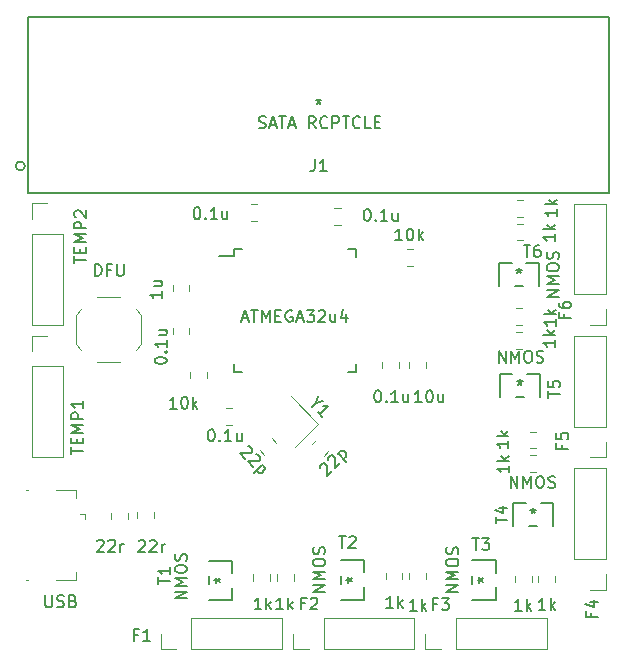
<source format=gbr>
G04 #@! TF.GenerationSoftware,KiCad,Pcbnew,(5.1.4)-1*
G04 #@! TF.CreationDate,2021-01-13T15:58:14-08:00*
G04 #@! TF.ProjectId,Fan Controller,46616e20-436f-46e7-9472-6f6c6c65722e,rev?*
G04 #@! TF.SameCoordinates,Original*
G04 #@! TF.FileFunction,Legend,Top*
G04 #@! TF.FilePolarity,Positive*
%FSLAX46Y46*%
G04 Gerber Fmt 4.6, Leading zero omitted, Abs format (unit mm)*
G04 Created by KiCad (PCBNEW (5.1.4)-1) date 2021-01-13 15:58:14*
%MOMM*%
%LPD*%
G04 APERTURE LIST*
%ADD10C,0.120000*%
%ADD11C,0.150000*%
%ADD12C,0.152400*%
G04 APERTURE END LIST*
D10*
X52292000Y-67900200D02*
X54952000Y-67900200D01*
X52292000Y-60220200D02*
X52292000Y-67900200D01*
X54952000Y-60220200D02*
X54952000Y-67900200D01*
X52292000Y-60220200D02*
X54952000Y-60220200D01*
X52292000Y-58950200D02*
X52292000Y-57620200D01*
X52292000Y-57620200D02*
X53622000Y-57620200D01*
X93880578Y-60760200D02*
X93363422Y-60760200D01*
X93880578Y-59340200D02*
X93363422Y-59340200D01*
X93880578Y-58760200D02*
X93363422Y-58760200D01*
X93880578Y-57340200D02*
X93363422Y-57340200D01*
X93830578Y-69910200D02*
X93313422Y-69910200D01*
X93830578Y-68490200D02*
X93313422Y-68490200D01*
X93830578Y-67910200D02*
X93313422Y-67910200D01*
X93830578Y-66490200D02*
X93313422Y-66490200D01*
X94980578Y-78360200D02*
X94463422Y-78360200D01*
X94980578Y-76940200D02*
X94463422Y-76940200D01*
X94980578Y-80360200D02*
X94463422Y-80360200D01*
X94980578Y-78940200D02*
X94463422Y-78940200D01*
X95212000Y-89708778D02*
X95212000Y-89191622D01*
X96632000Y-89708778D02*
X96632000Y-89191622D01*
X93212000Y-89708778D02*
X93212000Y-89191622D01*
X94632000Y-89708778D02*
X94632000Y-89191622D01*
X84262000Y-89408778D02*
X84262000Y-88891622D01*
X85682000Y-89408778D02*
X85682000Y-88891622D01*
X82262000Y-89408778D02*
X82262000Y-88891622D01*
X83682000Y-89408778D02*
X83682000Y-88891622D01*
X73062000Y-89558778D02*
X73062000Y-89041622D01*
X74482000Y-89558778D02*
X74482000Y-89041622D01*
X71062000Y-89558778D02*
X71062000Y-89041622D01*
X72482000Y-89558778D02*
X72482000Y-89041622D01*
X52292000Y-79100200D02*
X54952000Y-79100200D01*
X52292000Y-71420200D02*
X52292000Y-79100200D01*
X54952000Y-71420200D02*
X54952000Y-79100200D01*
X52292000Y-71420200D02*
X54952000Y-71420200D01*
X52292000Y-70150200D02*
X52292000Y-68820200D01*
X52292000Y-68820200D02*
X53622000Y-68820200D01*
X76556676Y-76276777D02*
X74223223Y-73943324D01*
X74576777Y-78256676D02*
X76556676Y-76276777D01*
D11*
X69425000Y-62100000D02*
X68150000Y-62100000D01*
X79775000Y-61525000D02*
X79100000Y-61525000D01*
X79775000Y-71875000D02*
X79100000Y-71875000D01*
X69425000Y-71875000D02*
X70100000Y-71875000D01*
X69425000Y-61525000D02*
X70100000Y-61525000D01*
X69425000Y-71875000D02*
X69425000Y-71200000D01*
X79775000Y-71875000D02*
X79775000Y-71200000D01*
X79775000Y-61525000D02*
X79775000Y-62200000D01*
X69425000Y-61525000D02*
X69425000Y-62100000D01*
D12*
X92961460Y-62688700D02*
X91897200Y-62688700D01*
X91897200Y-62688700D02*
X91897200Y-64644500D01*
X95250000Y-62688700D02*
X94185740Y-62688700D01*
X95250000Y-64644500D02*
X95250000Y-62688700D01*
X93235739Y-64644500D02*
X93911461Y-64644500D01*
X93012260Y-72097900D02*
X91948000Y-72097900D01*
X91948000Y-72097900D02*
X91948000Y-74053700D01*
X95300800Y-72097900D02*
X94236540Y-72097900D01*
X95300800Y-74053700D02*
X95300800Y-72097900D01*
X93286539Y-74053700D02*
X93962261Y-74053700D01*
X94159860Y-82972300D02*
X93095600Y-82972300D01*
X93095600Y-82972300D02*
X93095600Y-84928100D01*
X96448400Y-82972300D02*
X95384140Y-82972300D01*
X96448400Y-84928100D02*
X96448400Y-82972300D01*
X94434139Y-84928100D02*
X95109861Y-84928100D01*
X91579700Y-88897460D02*
X91579700Y-87833200D01*
X91579700Y-87833200D02*
X89623900Y-87833200D01*
X91579700Y-91186000D02*
X91579700Y-90121740D01*
X89623900Y-91186000D02*
X91579700Y-91186000D01*
X89623900Y-89171739D02*
X89623900Y-89847461D01*
X80479900Y-88872060D02*
X80479900Y-87807800D01*
X80479900Y-87807800D02*
X78524100Y-87807800D01*
X80479900Y-91160600D02*
X80479900Y-90096340D01*
X78524100Y-91160600D02*
X80479900Y-91160600D01*
X78524100Y-89146339D02*
X78524100Y-89822061D01*
X69303900Y-88922860D02*
X69303900Y-87858600D01*
X69303900Y-87858600D02*
X67348100Y-87858600D01*
X69303900Y-91211400D02*
X69303900Y-90147140D01*
X67348100Y-91211400D02*
X69303900Y-91211400D01*
X67348100Y-89197139D02*
X67348100Y-89872861D01*
D10*
X56050000Y-69550000D02*
X56050000Y-67050000D01*
X57800000Y-71050000D02*
X59800000Y-71050000D01*
X61550000Y-69550000D02*
X61550000Y-67050000D01*
X57800000Y-65550000D02*
X59800000Y-65550000D01*
X56500000Y-70000000D02*
X56050000Y-69550000D01*
X56500000Y-66600000D02*
X56050000Y-67050000D01*
X61100000Y-66600000D02*
X61550000Y-67050000D01*
X61100000Y-70000000D02*
X61550000Y-69550000D01*
X84558578Y-61490000D02*
X84041422Y-61490000D01*
X84558578Y-62910000D02*
X84041422Y-62910000D01*
X65711000Y-71877422D02*
X65711000Y-72394578D01*
X67131000Y-71877422D02*
X67131000Y-72394578D01*
X59040000Y-83841422D02*
X59040000Y-84358578D01*
X60460000Y-83841422D02*
X60460000Y-84358578D01*
X61240000Y-83741422D02*
X61240000Y-84258578D01*
X62660000Y-83741422D02*
X62660000Y-84258578D01*
X100902000Y-67930200D02*
X99572000Y-67930200D01*
X100902000Y-66600200D02*
X100902000Y-67930200D01*
X100902000Y-65330200D02*
X98242000Y-65330200D01*
X98242000Y-65330200D02*
X98242000Y-57650200D01*
X100902000Y-65330200D02*
X100902000Y-57650200D01*
X100902000Y-57650200D02*
X98242000Y-57650200D01*
X100902000Y-79130200D02*
X99572000Y-79130200D01*
X100902000Y-77800200D02*
X100902000Y-79130200D01*
X100902000Y-76530200D02*
X98242000Y-76530200D01*
X98242000Y-76530200D02*
X98242000Y-68850200D01*
X100902000Y-76530200D02*
X100902000Y-68850200D01*
X100902000Y-68850200D02*
X98242000Y-68850200D01*
X100902000Y-90330200D02*
X99572000Y-90330200D01*
X100902000Y-89000200D02*
X100902000Y-90330200D01*
X100902000Y-87730200D02*
X98242000Y-87730200D01*
X98242000Y-87730200D02*
X98242000Y-80050200D01*
X100902000Y-87730200D02*
X100902000Y-80050200D01*
X100902000Y-80050200D02*
X98242000Y-80050200D01*
X85614200Y-95386200D02*
X85614200Y-94056200D01*
X86944200Y-95386200D02*
X85614200Y-95386200D01*
X88214200Y-95386200D02*
X88214200Y-92726200D01*
X88214200Y-92726200D02*
X95894200Y-92726200D01*
X88214200Y-95386200D02*
X95894200Y-95386200D01*
X95894200Y-95386200D02*
X95894200Y-92726200D01*
X74412800Y-95386200D02*
X74412800Y-94056200D01*
X75742800Y-95386200D02*
X74412800Y-95386200D01*
X77012800Y-95386200D02*
X77012800Y-92726200D01*
X77012800Y-92726200D02*
X84692800Y-92726200D01*
X77012800Y-95386200D02*
X84692800Y-95386200D01*
X84692800Y-95386200D02*
X84692800Y-92726200D01*
X63211400Y-95386200D02*
X63211400Y-94056200D01*
X64541400Y-95386200D02*
X63211400Y-95386200D01*
X65811400Y-95386200D02*
X65811400Y-92726200D01*
X65811400Y-92726200D02*
X73491400Y-92726200D01*
X65811400Y-95386200D02*
X73491400Y-95386200D01*
X73491400Y-95386200D02*
X73491400Y-92726200D01*
X56791400Y-83914200D02*
X56401400Y-83914200D01*
X56791400Y-83914200D02*
X56791400Y-84364200D01*
X56091400Y-89484200D02*
X56091400Y-88834200D01*
X54361400Y-89484200D02*
X56091400Y-89484200D01*
X51791400Y-81864200D02*
X52001400Y-81864200D01*
X51791400Y-89484200D02*
X52001400Y-89484200D01*
X54361400Y-81864200D02*
X56091400Y-81864200D01*
X56091400Y-81864200D02*
X56091400Y-82524200D01*
D12*
X51720700Y-54453299D02*
G75*
G03X51720700Y-54453299I-381000J0D01*
G01*
X101225300Y-56780299D02*
X101225300Y-41819700D01*
X51974700Y-56780299D02*
X101225300Y-56780299D01*
X51974700Y-41819700D02*
X51974700Y-56780299D01*
X101225300Y-41819700D02*
X51974700Y-41819700D01*
D10*
X84290000Y-71041422D02*
X84290000Y-71558578D01*
X85710000Y-71041422D02*
X85710000Y-71558578D01*
X78458578Y-57990000D02*
X77941422Y-57990000D01*
X78458578Y-59410000D02*
X77941422Y-59410000D01*
X70841422Y-59110000D02*
X71358578Y-59110000D01*
X70841422Y-57690000D02*
X71358578Y-57690000D01*
X68763422Y-76360200D02*
X69280578Y-76360200D01*
X68763422Y-74940200D02*
X69280578Y-74940200D01*
X65660000Y-68658578D02*
X65660000Y-68141422D01*
X64240000Y-68658578D02*
X64240000Y-68141422D01*
X81990000Y-71041422D02*
X81990000Y-71558578D01*
X83410000Y-71041422D02*
X83410000Y-71558578D01*
X65660000Y-65058578D02*
X65660000Y-64541422D01*
X64240000Y-65058578D02*
X64240000Y-64541422D01*
X72984888Y-77880796D02*
X72619204Y-77515112D01*
X71980796Y-78884888D02*
X71615112Y-78519204D01*
X76380796Y-77615112D02*
X76015112Y-77980796D01*
X77384888Y-78619204D02*
X77019204Y-78984888D01*
D11*
X55924380Y-62685914D02*
X55924380Y-62114485D01*
X56924380Y-62400200D02*
X55924380Y-62400200D01*
X56400571Y-61781152D02*
X56400571Y-61447819D01*
X56924380Y-61304961D02*
X56924380Y-61781152D01*
X55924380Y-61781152D01*
X55924380Y-61304961D01*
X56924380Y-60876390D02*
X55924380Y-60876390D01*
X56638666Y-60543057D01*
X55924380Y-60209723D01*
X56924380Y-60209723D01*
X56924380Y-59733533D02*
X55924380Y-59733533D01*
X55924380Y-59352580D01*
X55972000Y-59257342D01*
X56019619Y-59209723D01*
X56114857Y-59162104D01*
X56257714Y-59162104D01*
X56352952Y-59209723D01*
X56400571Y-59257342D01*
X56448190Y-59352580D01*
X56448190Y-59733533D01*
X56019619Y-58781152D02*
X55972000Y-58733533D01*
X55924380Y-58638295D01*
X55924380Y-58400200D01*
X55972000Y-58304961D01*
X56019619Y-58257342D01*
X56114857Y-58209723D01*
X56210095Y-58209723D01*
X56352952Y-58257342D01*
X56924380Y-58828771D01*
X56924380Y-58209723D01*
X96624380Y-60219247D02*
X96624380Y-60790676D01*
X96624380Y-60504961D02*
X95624380Y-60504961D01*
X95767238Y-60600200D01*
X95862476Y-60695438D01*
X95910095Y-60790676D01*
X96624380Y-59790676D02*
X95624380Y-59790676D01*
X96243428Y-59695438D02*
X96624380Y-59409723D01*
X95957714Y-59409723D02*
X96338666Y-59790676D01*
X96774380Y-58119247D02*
X96774380Y-58690676D01*
X96774380Y-58404961D02*
X95774380Y-58404961D01*
X95917238Y-58500200D01*
X96012476Y-58595438D01*
X96060095Y-58690676D01*
X96774380Y-57690676D02*
X95774380Y-57690676D01*
X96393428Y-57595438D02*
X96774380Y-57309723D01*
X96107714Y-57309723D02*
X96488666Y-57690676D01*
X96624380Y-69169247D02*
X96624380Y-69740676D01*
X96624380Y-69454961D02*
X95624380Y-69454961D01*
X95767238Y-69550200D01*
X95862476Y-69645438D01*
X95910095Y-69740676D01*
X96624380Y-68740676D02*
X95624380Y-68740676D01*
X96243428Y-68645438D02*
X96624380Y-68359723D01*
X95957714Y-68359723D02*
X96338666Y-68740676D01*
X96674380Y-67419247D02*
X96674380Y-67990676D01*
X96674380Y-67704961D02*
X95674380Y-67704961D01*
X95817238Y-67800200D01*
X95912476Y-67895438D01*
X95960095Y-67990676D01*
X96674380Y-66990676D02*
X95674380Y-66990676D01*
X96293428Y-66895438D02*
X96674380Y-66609723D01*
X96007714Y-66609723D02*
X96388666Y-66990676D01*
X92674380Y-77719247D02*
X92674380Y-78290676D01*
X92674380Y-78004961D02*
X91674380Y-78004961D01*
X91817238Y-78100200D01*
X91912476Y-78195438D01*
X91960095Y-78290676D01*
X92674380Y-77290676D02*
X91674380Y-77290676D01*
X92293428Y-77195438D02*
X92674380Y-76909723D01*
X92007714Y-76909723D02*
X92388666Y-77290676D01*
X92724380Y-79819247D02*
X92724380Y-80390676D01*
X92724380Y-80104961D02*
X91724380Y-80104961D01*
X91867238Y-80200200D01*
X91962476Y-80295438D01*
X92010095Y-80390676D01*
X92724380Y-79390676D02*
X91724380Y-79390676D01*
X92343428Y-79295438D02*
X92724380Y-79009723D01*
X92057714Y-79009723D02*
X92438666Y-79390676D01*
X95802952Y-92052580D02*
X95231523Y-92052580D01*
X95517238Y-92052580D02*
X95517238Y-91052580D01*
X95422000Y-91195438D01*
X95326761Y-91290676D01*
X95231523Y-91338295D01*
X96231523Y-92052580D02*
X96231523Y-91052580D01*
X96326761Y-91671628D02*
X96612476Y-92052580D01*
X96612476Y-91385914D02*
X96231523Y-91766866D01*
X93802952Y-92102580D02*
X93231523Y-92102580D01*
X93517238Y-92102580D02*
X93517238Y-91102580D01*
X93422000Y-91245438D01*
X93326761Y-91340676D01*
X93231523Y-91388295D01*
X94231523Y-92102580D02*
X94231523Y-91102580D01*
X94326761Y-91721628D02*
X94612476Y-92102580D01*
X94612476Y-91435914D02*
X94231523Y-91816866D01*
X84902952Y-92102580D02*
X84331523Y-92102580D01*
X84617238Y-92102580D02*
X84617238Y-91102580D01*
X84522000Y-91245438D01*
X84426761Y-91340676D01*
X84331523Y-91388295D01*
X85331523Y-92102580D02*
X85331523Y-91102580D01*
X85426761Y-91721628D02*
X85712476Y-92102580D01*
X85712476Y-91435914D02*
X85331523Y-91816866D01*
X82902952Y-91852580D02*
X82331523Y-91852580D01*
X82617238Y-91852580D02*
X82617238Y-90852580D01*
X82522000Y-90995438D01*
X82426761Y-91090676D01*
X82331523Y-91138295D01*
X83331523Y-91852580D02*
X83331523Y-90852580D01*
X83426761Y-91471628D02*
X83712476Y-91852580D01*
X83712476Y-91185914D02*
X83331523Y-91566866D01*
X73602952Y-92002580D02*
X73031523Y-92002580D01*
X73317238Y-92002580D02*
X73317238Y-91002580D01*
X73222000Y-91145438D01*
X73126761Y-91240676D01*
X73031523Y-91288295D01*
X74031523Y-92002580D02*
X74031523Y-91002580D01*
X74126761Y-91621628D02*
X74412476Y-92002580D01*
X74412476Y-91335914D02*
X74031523Y-91716866D01*
X71752952Y-92002580D02*
X71181523Y-92002580D01*
X71467238Y-92002580D02*
X71467238Y-91002580D01*
X71372000Y-91145438D01*
X71276761Y-91240676D01*
X71181523Y-91288295D01*
X72181523Y-92002580D02*
X72181523Y-91002580D01*
X72276761Y-91621628D02*
X72562476Y-92002580D01*
X72562476Y-91335914D02*
X72181523Y-91716866D01*
X55674380Y-78835914D02*
X55674380Y-78264485D01*
X56674380Y-78550200D02*
X55674380Y-78550200D01*
X56150571Y-77931152D02*
X56150571Y-77597819D01*
X56674380Y-77454961D02*
X56674380Y-77931152D01*
X55674380Y-77931152D01*
X55674380Y-77454961D01*
X56674380Y-77026390D02*
X55674380Y-77026390D01*
X56388666Y-76693057D01*
X55674380Y-76359723D01*
X56674380Y-76359723D01*
X56674380Y-75883533D02*
X55674380Y-75883533D01*
X55674380Y-75502580D01*
X55722000Y-75407342D01*
X55769619Y-75359723D01*
X55864857Y-75312104D01*
X56007714Y-75312104D01*
X56102952Y-75359723D01*
X56150571Y-75407342D01*
X56198190Y-75502580D01*
X56198190Y-75883533D01*
X56674380Y-74359723D02*
X56674380Y-74931152D01*
X56674380Y-74645438D02*
X55674380Y-74645438D01*
X55817238Y-74740676D01*
X55912476Y-74835914D01*
X55960095Y-74931152D01*
X76402118Y-74496646D02*
X76065400Y-74833364D01*
X76536805Y-73890555D02*
X76402118Y-74496646D01*
X77008209Y-74361959D01*
X76907194Y-75675157D02*
X76503133Y-75271096D01*
X76705164Y-75473127D02*
X77412270Y-74766020D01*
X77243912Y-74799692D01*
X77109225Y-74799692D01*
X77008209Y-74766020D01*
X70119619Y-67366866D02*
X70595809Y-67366866D01*
X70024380Y-67652580D02*
X70357714Y-66652580D01*
X70691047Y-67652580D01*
X70881523Y-66652580D02*
X71452952Y-66652580D01*
X71167238Y-67652580D02*
X71167238Y-66652580D01*
X71786285Y-67652580D02*
X71786285Y-66652580D01*
X72119619Y-67366866D01*
X72452952Y-66652580D01*
X72452952Y-67652580D01*
X72929142Y-67128771D02*
X73262476Y-67128771D01*
X73405333Y-67652580D02*
X72929142Y-67652580D01*
X72929142Y-66652580D01*
X73405333Y-66652580D01*
X74357714Y-66700200D02*
X74262476Y-66652580D01*
X74119619Y-66652580D01*
X73976761Y-66700200D01*
X73881523Y-66795438D01*
X73833904Y-66890676D01*
X73786285Y-67081152D01*
X73786285Y-67224009D01*
X73833904Y-67414485D01*
X73881523Y-67509723D01*
X73976761Y-67604961D01*
X74119619Y-67652580D01*
X74214857Y-67652580D01*
X74357714Y-67604961D01*
X74405333Y-67557342D01*
X74405333Y-67224009D01*
X74214857Y-67224009D01*
X74786285Y-67366866D02*
X75262476Y-67366866D01*
X74691047Y-67652580D02*
X75024380Y-66652580D01*
X75357714Y-67652580D01*
X75595809Y-66652580D02*
X76214857Y-66652580D01*
X75881523Y-67033533D01*
X76024380Y-67033533D01*
X76119619Y-67081152D01*
X76167238Y-67128771D01*
X76214857Y-67224009D01*
X76214857Y-67462104D01*
X76167238Y-67557342D01*
X76119619Y-67604961D01*
X76024380Y-67652580D01*
X75738666Y-67652580D01*
X75643428Y-67604961D01*
X75595809Y-67557342D01*
X76595809Y-66747819D02*
X76643428Y-66700200D01*
X76738666Y-66652580D01*
X76976761Y-66652580D01*
X77072000Y-66700200D01*
X77119619Y-66747819D01*
X77167238Y-66843057D01*
X77167238Y-66938295D01*
X77119619Y-67081152D01*
X76548190Y-67652580D01*
X77167238Y-67652580D01*
X78024380Y-66985914D02*
X78024380Y-67652580D01*
X77595809Y-66985914D02*
X77595809Y-67509723D01*
X77643428Y-67604961D01*
X77738666Y-67652580D01*
X77881523Y-67652580D01*
X77976761Y-67604961D01*
X78024380Y-67557342D01*
X78929142Y-66985914D02*
X78929142Y-67652580D01*
X78691047Y-66604961D02*
X78452952Y-67319247D01*
X79072000Y-67319247D01*
X93960095Y-61152580D02*
X94531523Y-61152580D01*
X94245809Y-62152580D02*
X94245809Y-61152580D01*
X95293428Y-61152580D02*
X95102952Y-61152580D01*
X95007714Y-61200200D01*
X94960095Y-61247819D01*
X94864857Y-61390676D01*
X94817238Y-61581152D01*
X94817238Y-61962104D01*
X94864857Y-62057342D01*
X94912476Y-62104961D01*
X95007714Y-62152580D01*
X95198190Y-62152580D01*
X95293428Y-62104961D01*
X95341047Y-62057342D01*
X95388666Y-61962104D01*
X95388666Y-61724009D01*
X95341047Y-61628771D01*
X95293428Y-61581152D01*
X95198190Y-61533533D01*
X95007714Y-61533533D01*
X94912476Y-61581152D01*
X94864857Y-61628771D01*
X94817238Y-61724009D01*
X96924380Y-65507342D02*
X95924380Y-65507342D01*
X96924380Y-64935914D01*
X95924380Y-64935914D01*
X96924380Y-64459723D02*
X95924380Y-64459723D01*
X96638666Y-64126390D01*
X95924380Y-63793057D01*
X96924380Y-63793057D01*
X95924380Y-63126390D02*
X95924380Y-62935914D01*
X95972000Y-62840676D01*
X96067238Y-62745438D01*
X96257714Y-62697819D01*
X96591047Y-62697819D01*
X96781523Y-62745438D01*
X96876761Y-62840676D01*
X96924380Y-62935914D01*
X96924380Y-63126390D01*
X96876761Y-63221628D01*
X96781523Y-63316866D01*
X96591047Y-63364485D01*
X96257714Y-63364485D01*
X96067238Y-63316866D01*
X95972000Y-63221628D01*
X95924380Y-63126390D01*
X96876761Y-62316866D02*
X96924380Y-62174009D01*
X96924380Y-61935914D01*
X96876761Y-61840676D01*
X96829142Y-61793057D01*
X96733904Y-61745438D01*
X96638666Y-61745438D01*
X96543428Y-61793057D01*
X96495809Y-61840676D01*
X96448190Y-61935914D01*
X96400571Y-62126390D01*
X96352952Y-62221628D01*
X96305333Y-62269247D01*
X96210095Y-62316866D01*
X96114857Y-62316866D01*
X96019619Y-62269247D01*
X95972000Y-62221628D01*
X95924380Y-62126390D01*
X95924380Y-61888295D01*
X95972000Y-61745438D01*
X93573600Y-63118980D02*
X93573600Y-63357076D01*
X93335504Y-63261838D02*
X93573600Y-63357076D01*
X93811695Y-63261838D01*
X93430742Y-63547552D02*
X93573600Y-63357076D01*
X93716457Y-63547552D01*
X96024380Y-74062104D02*
X96024380Y-73490676D01*
X97024380Y-73776390D02*
X96024380Y-73776390D01*
X96024380Y-72681152D02*
X96024380Y-73157342D01*
X96500571Y-73204961D01*
X96452952Y-73157342D01*
X96405333Y-73062104D01*
X96405333Y-72824009D01*
X96452952Y-72728771D01*
X96500571Y-72681152D01*
X96595809Y-72633533D01*
X96833904Y-72633533D01*
X96929142Y-72681152D01*
X96976761Y-72728771D01*
X97024380Y-72824009D01*
X97024380Y-73062104D01*
X96976761Y-73157342D01*
X96929142Y-73204961D01*
X91864857Y-71102580D02*
X91864857Y-70102580D01*
X92436285Y-71102580D01*
X92436285Y-70102580D01*
X92912476Y-71102580D02*
X92912476Y-70102580D01*
X93245809Y-70816866D01*
X93579142Y-70102580D01*
X93579142Y-71102580D01*
X94245809Y-70102580D02*
X94436285Y-70102580D01*
X94531523Y-70150200D01*
X94626761Y-70245438D01*
X94674380Y-70435914D01*
X94674380Y-70769247D01*
X94626761Y-70959723D01*
X94531523Y-71054961D01*
X94436285Y-71102580D01*
X94245809Y-71102580D01*
X94150571Y-71054961D01*
X94055333Y-70959723D01*
X94007714Y-70769247D01*
X94007714Y-70435914D01*
X94055333Y-70245438D01*
X94150571Y-70150200D01*
X94245809Y-70102580D01*
X95055333Y-71054961D02*
X95198190Y-71102580D01*
X95436285Y-71102580D01*
X95531523Y-71054961D01*
X95579142Y-71007342D01*
X95626761Y-70912104D01*
X95626761Y-70816866D01*
X95579142Y-70721628D01*
X95531523Y-70674009D01*
X95436285Y-70626390D01*
X95245809Y-70578771D01*
X95150571Y-70531152D01*
X95102952Y-70483533D01*
X95055333Y-70388295D01*
X95055333Y-70293057D01*
X95102952Y-70197819D01*
X95150571Y-70150200D01*
X95245809Y-70102580D01*
X95483904Y-70102580D01*
X95626761Y-70150200D01*
X93624400Y-72528180D02*
X93624400Y-72766276D01*
X93386304Y-72671038D02*
X93624400Y-72766276D01*
X93862495Y-72671038D01*
X93481542Y-72956752D02*
X93624400Y-72766276D01*
X93767257Y-72956752D01*
X91574380Y-84712104D02*
X91574380Y-84140676D01*
X92574380Y-84426390D02*
X91574380Y-84426390D01*
X91907714Y-83378771D02*
X92574380Y-83378771D01*
X91526761Y-83616866D02*
X92241047Y-83854961D01*
X92241047Y-83235914D01*
X92864857Y-81702580D02*
X92864857Y-80702580D01*
X93436285Y-81702580D01*
X93436285Y-80702580D01*
X93912476Y-81702580D02*
X93912476Y-80702580D01*
X94245809Y-81416866D01*
X94579142Y-80702580D01*
X94579142Y-81702580D01*
X95245809Y-80702580D02*
X95436285Y-80702580D01*
X95531523Y-80750200D01*
X95626761Y-80845438D01*
X95674380Y-81035914D01*
X95674380Y-81369247D01*
X95626761Y-81559723D01*
X95531523Y-81654961D01*
X95436285Y-81702580D01*
X95245809Y-81702580D01*
X95150571Y-81654961D01*
X95055333Y-81559723D01*
X95007714Y-81369247D01*
X95007714Y-81035914D01*
X95055333Y-80845438D01*
X95150571Y-80750200D01*
X95245809Y-80702580D01*
X96055333Y-81654961D02*
X96198190Y-81702580D01*
X96436285Y-81702580D01*
X96531523Y-81654961D01*
X96579142Y-81607342D01*
X96626761Y-81512104D01*
X96626761Y-81416866D01*
X96579142Y-81321628D01*
X96531523Y-81274009D01*
X96436285Y-81226390D01*
X96245809Y-81178771D01*
X96150571Y-81131152D01*
X96102952Y-81083533D01*
X96055333Y-80988295D01*
X96055333Y-80893057D01*
X96102952Y-80797819D01*
X96150571Y-80750200D01*
X96245809Y-80702580D01*
X96483904Y-80702580D01*
X96626761Y-80750200D01*
X94772000Y-83402580D02*
X94772000Y-83640676D01*
X94533904Y-83545438D02*
X94772000Y-83640676D01*
X95010095Y-83545438D01*
X94629142Y-83831152D02*
X94772000Y-83640676D01*
X94914857Y-83831152D01*
X89610095Y-85952580D02*
X90181523Y-85952580D01*
X89895809Y-86952580D02*
X89895809Y-85952580D01*
X90419619Y-85952580D02*
X91038666Y-85952580D01*
X90705333Y-86333533D01*
X90848190Y-86333533D01*
X90943428Y-86381152D01*
X90991047Y-86428771D01*
X91038666Y-86524009D01*
X91038666Y-86762104D01*
X90991047Y-86857342D01*
X90943428Y-86904961D01*
X90848190Y-86952580D01*
X90562476Y-86952580D01*
X90467238Y-86904961D01*
X90419619Y-86857342D01*
X88424380Y-90507342D02*
X87424380Y-90507342D01*
X88424380Y-89935914D01*
X87424380Y-89935914D01*
X88424380Y-89459723D02*
X87424380Y-89459723D01*
X88138666Y-89126390D01*
X87424380Y-88793057D01*
X88424380Y-88793057D01*
X87424380Y-88126390D02*
X87424380Y-87935914D01*
X87472000Y-87840676D01*
X87567238Y-87745438D01*
X87757714Y-87697819D01*
X88091047Y-87697819D01*
X88281523Y-87745438D01*
X88376761Y-87840676D01*
X88424380Y-87935914D01*
X88424380Y-88126390D01*
X88376761Y-88221628D01*
X88281523Y-88316866D01*
X88091047Y-88364485D01*
X87757714Y-88364485D01*
X87567238Y-88316866D01*
X87472000Y-88221628D01*
X87424380Y-88126390D01*
X88376761Y-87316866D02*
X88424380Y-87174009D01*
X88424380Y-86935914D01*
X88376761Y-86840676D01*
X88329142Y-86793057D01*
X88233904Y-86745438D01*
X88138666Y-86745438D01*
X88043428Y-86793057D01*
X87995809Y-86840676D01*
X87948190Y-86935914D01*
X87900571Y-87126390D01*
X87852952Y-87221628D01*
X87805333Y-87269247D01*
X87710095Y-87316866D01*
X87614857Y-87316866D01*
X87519619Y-87269247D01*
X87472000Y-87221628D01*
X87424380Y-87126390D01*
X87424380Y-86888295D01*
X87472000Y-86745438D01*
X90054180Y-89509600D02*
X90292276Y-89509600D01*
X90197038Y-89747695D02*
X90292276Y-89509600D01*
X90197038Y-89271504D01*
X90482752Y-89652457D02*
X90292276Y-89509600D01*
X90482752Y-89366742D01*
X78310095Y-85802580D02*
X78881523Y-85802580D01*
X78595809Y-86802580D02*
X78595809Y-85802580D01*
X79167238Y-85897819D02*
X79214857Y-85850200D01*
X79310095Y-85802580D01*
X79548190Y-85802580D01*
X79643428Y-85850200D01*
X79691047Y-85897819D01*
X79738666Y-85993057D01*
X79738666Y-86088295D01*
X79691047Y-86231152D01*
X79119619Y-86802580D01*
X79738666Y-86802580D01*
X77124380Y-90507342D02*
X76124380Y-90507342D01*
X77124380Y-89935914D01*
X76124380Y-89935914D01*
X77124380Y-89459723D02*
X76124380Y-89459723D01*
X76838666Y-89126390D01*
X76124380Y-88793057D01*
X77124380Y-88793057D01*
X76124380Y-88126390D02*
X76124380Y-87935914D01*
X76172000Y-87840676D01*
X76267238Y-87745438D01*
X76457714Y-87697819D01*
X76791047Y-87697819D01*
X76981523Y-87745438D01*
X77076761Y-87840676D01*
X77124380Y-87935914D01*
X77124380Y-88126390D01*
X77076761Y-88221628D01*
X76981523Y-88316866D01*
X76791047Y-88364485D01*
X76457714Y-88364485D01*
X76267238Y-88316866D01*
X76172000Y-88221628D01*
X76124380Y-88126390D01*
X77076761Y-87316866D02*
X77124380Y-87174009D01*
X77124380Y-86935914D01*
X77076761Y-86840676D01*
X77029142Y-86793057D01*
X76933904Y-86745438D01*
X76838666Y-86745438D01*
X76743428Y-86793057D01*
X76695809Y-86840676D01*
X76648190Y-86935914D01*
X76600571Y-87126390D01*
X76552952Y-87221628D01*
X76505333Y-87269247D01*
X76410095Y-87316866D01*
X76314857Y-87316866D01*
X76219619Y-87269247D01*
X76172000Y-87221628D01*
X76124380Y-87126390D01*
X76124380Y-86888295D01*
X76172000Y-86745438D01*
X78954380Y-89484200D02*
X79192476Y-89484200D01*
X79097238Y-89722295D02*
X79192476Y-89484200D01*
X79097238Y-89246104D01*
X79382952Y-89627057D02*
X79192476Y-89484200D01*
X79382952Y-89341342D01*
X63024380Y-89862104D02*
X63024380Y-89290676D01*
X64024380Y-89576390D02*
X63024380Y-89576390D01*
X64024380Y-88433533D02*
X64024380Y-89004961D01*
X64024380Y-88719247D02*
X63024380Y-88719247D01*
X63167238Y-88814485D01*
X63262476Y-88909723D01*
X63310095Y-89004961D01*
X65424380Y-91057342D02*
X64424380Y-91057342D01*
X65424380Y-90485914D01*
X64424380Y-90485914D01*
X65424380Y-90009723D02*
X64424380Y-90009723D01*
X65138666Y-89676390D01*
X64424380Y-89343057D01*
X65424380Y-89343057D01*
X64424380Y-88676390D02*
X64424380Y-88485914D01*
X64472000Y-88390676D01*
X64567238Y-88295438D01*
X64757714Y-88247819D01*
X65091047Y-88247819D01*
X65281523Y-88295438D01*
X65376761Y-88390676D01*
X65424380Y-88485914D01*
X65424380Y-88676390D01*
X65376761Y-88771628D01*
X65281523Y-88866866D01*
X65091047Y-88914485D01*
X64757714Y-88914485D01*
X64567238Y-88866866D01*
X64472000Y-88771628D01*
X64424380Y-88676390D01*
X65376761Y-87866866D02*
X65424380Y-87724009D01*
X65424380Y-87485914D01*
X65376761Y-87390676D01*
X65329142Y-87343057D01*
X65233904Y-87295438D01*
X65138666Y-87295438D01*
X65043428Y-87343057D01*
X64995809Y-87390676D01*
X64948190Y-87485914D01*
X64900571Y-87676390D01*
X64852952Y-87771628D01*
X64805333Y-87819247D01*
X64710095Y-87866866D01*
X64614857Y-87866866D01*
X64519619Y-87819247D01*
X64472000Y-87771628D01*
X64424380Y-87676390D01*
X64424380Y-87438295D01*
X64472000Y-87295438D01*
X67778380Y-89535000D02*
X68016476Y-89535000D01*
X67921238Y-89773095D02*
X68016476Y-89535000D01*
X67921238Y-89296904D01*
X68206952Y-89677857D02*
X68016476Y-89535000D01*
X68206952Y-89392142D01*
X57657714Y-63752580D02*
X57657714Y-62752580D01*
X57895809Y-62752580D01*
X58038666Y-62800200D01*
X58133904Y-62895438D01*
X58181523Y-62990676D01*
X58229142Y-63181152D01*
X58229142Y-63324009D01*
X58181523Y-63514485D01*
X58133904Y-63609723D01*
X58038666Y-63704961D01*
X57895809Y-63752580D01*
X57657714Y-63752580D01*
X58991047Y-63228771D02*
X58657714Y-63228771D01*
X58657714Y-63752580D02*
X58657714Y-62752580D01*
X59133904Y-62752580D01*
X59514857Y-62752580D02*
X59514857Y-63562104D01*
X59562476Y-63657342D01*
X59610095Y-63704961D01*
X59705333Y-63752580D01*
X59895809Y-63752580D01*
X59991047Y-63704961D01*
X60038666Y-63657342D01*
X60086285Y-63562104D01*
X60086285Y-62752580D01*
X83676761Y-60752580D02*
X83105333Y-60752580D01*
X83391047Y-60752580D02*
X83391047Y-59752580D01*
X83295809Y-59895438D01*
X83200571Y-59990676D01*
X83105333Y-60038295D01*
X84295809Y-59752580D02*
X84391047Y-59752580D01*
X84486285Y-59800200D01*
X84533904Y-59847819D01*
X84581523Y-59943057D01*
X84629142Y-60133533D01*
X84629142Y-60371628D01*
X84581523Y-60562104D01*
X84533904Y-60657342D01*
X84486285Y-60704961D01*
X84391047Y-60752580D01*
X84295809Y-60752580D01*
X84200571Y-60704961D01*
X84152952Y-60657342D01*
X84105333Y-60562104D01*
X84057714Y-60371628D01*
X84057714Y-60133533D01*
X84105333Y-59943057D01*
X84152952Y-59847819D01*
X84200571Y-59800200D01*
X84295809Y-59752580D01*
X85057714Y-60752580D02*
X85057714Y-59752580D01*
X85152952Y-60371628D02*
X85438666Y-60752580D01*
X85438666Y-60085914D02*
X85057714Y-60466866D01*
X64576761Y-75002580D02*
X64005333Y-75002580D01*
X64291047Y-75002580D02*
X64291047Y-74002580D01*
X64195809Y-74145438D01*
X64100571Y-74240676D01*
X64005333Y-74288295D01*
X65195809Y-74002580D02*
X65291047Y-74002580D01*
X65386285Y-74050200D01*
X65433904Y-74097819D01*
X65481523Y-74193057D01*
X65529142Y-74383533D01*
X65529142Y-74621628D01*
X65481523Y-74812104D01*
X65433904Y-74907342D01*
X65386285Y-74954961D01*
X65291047Y-75002580D01*
X65195809Y-75002580D01*
X65100571Y-74954961D01*
X65052952Y-74907342D01*
X65005333Y-74812104D01*
X64957714Y-74621628D01*
X64957714Y-74383533D01*
X65005333Y-74193057D01*
X65052952Y-74097819D01*
X65100571Y-74050200D01*
X65195809Y-74002580D01*
X65957714Y-75002580D02*
X65957714Y-74002580D01*
X66052952Y-74621628D02*
X66338666Y-75002580D01*
X66338666Y-74335914D02*
X65957714Y-74716866D01*
X57850571Y-86197819D02*
X57898190Y-86150200D01*
X57993428Y-86102580D01*
X58231523Y-86102580D01*
X58326761Y-86150200D01*
X58374380Y-86197819D01*
X58422000Y-86293057D01*
X58422000Y-86388295D01*
X58374380Y-86531152D01*
X57802952Y-87102580D01*
X58422000Y-87102580D01*
X58802952Y-86197819D02*
X58850571Y-86150200D01*
X58945809Y-86102580D01*
X59183904Y-86102580D01*
X59279142Y-86150200D01*
X59326761Y-86197819D01*
X59374380Y-86293057D01*
X59374380Y-86388295D01*
X59326761Y-86531152D01*
X58755333Y-87102580D01*
X59374380Y-87102580D01*
X59802952Y-87102580D02*
X59802952Y-86435914D01*
X59802952Y-86626390D02*
X59850571Y-86531152D01*
X59898190Y-86483533D01*
X59993428Y-86435914D01*
X60088666Y-86435914D01*
X61350571Y-86247819D02*
X61398190Y-86200200D01*
X61493428Y-86152580D01*
X61731523Y-86152580D01*
X61826761Y-86200200D01*
X61874380Y-86247819D01*
X61922000Y-86343057D01*
X61922000Y-86438295D01*
X61874380Y-86581152D01*
X61302952Y-87152580D01*
X61922000Y-87152580D01*
X62302952Y-86247819D02*
X62350571Y-86200200D01*
X62445809Y-86152580D01*
X62683904Y-86152580D01*
X62779142Y-86200200D01*
X62826761Y-86247819D01*
X62874380Y-86343057D01*
X62874380Y-86438295D01*
X62826761Y-86581152D01*
X62255333Y-87152580D01*
X62874380Y-87152580D01*
X63302952Y-87152580D02*
X63302952Y-86485914D01*
X63302952Y-86676390D02*
X63350571Y-86581152D01*
X63398190Y-86533533D01*
X63493428Y-86485914D01*
X63588666Y-86485914D01*
X97400571Y-66983533D02*
X97400571Y-67316866D01*
X97924380Y-67316866D02*
X96924380Y-67316866D01*
X96924380Y-66840676D01*
X96924380Y-66031152D02*
X96924380Y-66221628D01*
X96972000Y-66316866D01*
X97019619Y-66364485D01*
X97162476Y-66459723D01*
X97352952Y-66507342D01*
X97733904Y-66507342D01*
X97829142Y-66459723D01*
X97876761Y-66412104D01*
X97924380Y-66316866D01*
X97924380Y-66126390D01*
X97876761Y-66031152D01*
X97829142Y-65983533D01*
X97733904Y-65935914D01*
X97495809Y-65935914D01*
X97400571Y-65983533D01*
X97352952Y-66031152D01*
X97305333Y-66126390D01*
X97305333Y-66316866D01*
X97352952Y-66412104D01*
X97400571Y-66459723D01*
X97495809Y-66507342D01*
X97200571Y-78083533D02*
X97200571Y-78416866D01*
X97724380Y-78416866D02*
X96724380Y-78416866D01*
X96724380Y-77940676D01*
X96724380Y-77083533D02*
X96724380Y-77559723D01*
X97200571Y-77607342D01*
X97152952Y-77559723D01*
X97105333Y-77464485D01*
X97105333Y-77226390D01*
X97152952Y-77131152D01*
X97200571Y-77083533D01*
X97295809Y-77035914D01*
X97533904Y-77035914D01*
X97629142Y-77083533D01*
X97676761Y-77131152D01*
X97724380Y-77226390D01*
X97724380Y-77464485D01*
X97676761Y-77559723D01*
X97629142Y-77607342D01*
X99700571Y-92283533D02*
X99700571Y-92616866D01*
X100224380Y-92616866D02*
X99224380Y-92616866D01*
X99224380Y-92140676D01*
X99557714Y-91331152D02*
X100224380Y-91331152D01*
X99176761Y-91569247D02*
X99891047Y-91807342D01*
X99891047Y-91188295D01*
X86588666Y-91528771D02*
X86255333Y-91528771D01*
X86255333Y-92052580D02*
X86255333Y-91052580D01*
X86731523Y-91052580D01*
X87017238Y-91052580D02*
X87636285Y-91052580D01*
X87302952Y-91433533D01*
X87445809Y-91433533D01*
X87541047Y-91481152D01*
X87588666Y-91528771D01*
X87636285Y-91624009D01*
X87636285Y-91862104D01*
X87588666Y-91957342D01*
X87541047Y-92004961D01*
X87445809Y-92052580D01*
X87160095Y-92052580D01*
X87064857Y-92004961D01*
X87017238Y-91957342D01*
X75438666Y-91478771D02*
X75105333Y-91478771D01*
X75105333Y-92002580D02*
X75105333Y-91002580D01*
X75581523Y-91002580D01*
X75914857Y-91097819D02*
X75962476Y-91050200D01*
X76057714Y-91002580D01*
X76295809Y-91002580D01*
X76391047Y-91050200D01*
X76438666Y-91097819D01*
X76486285Y-91193057D01*
X76486285Y-91288295D01*
X76438666Y-91431152D01*
X75867238Y-92002580D01*
X76486285Y-92002580D01*
X61288666Y-94128771D02*
X60955333Y-94128771D01*
X60955333Y-94652580D02*
X60955333Y-93652580D01*
X61431523Y-93652580D01*
X62336285Y-94652580D02*
X61764857Y-94652580D01*
X62050571Y-94652580D02*
X62050571Y-93652580D01*
X61955333Y-93795438D01*
X61860095Y-93890676D01*
X61764857Y-93938295D01*
X53460095Y-90802580D02*
X53460095Y-91612104D01*
X53507714Y-91707342D01*
X53555333Y-91754961D01*
X53650571Y-91802580D01*
X53841047Y-91802580D01*
X53936285Y-91754961D01*
X53983904Y-91707342D01*
X54031523Y-91612104D01*
X54031523Y-90802580D01*
X54460095Y-91754961D02*
X54602952Y-91802580D01*
X54841047Y-91802580D01*
X54936285Y-91754961D01*
X54983904Y-91707342D01*
X55031523Y-91612104D01*
X55031523Y-91516866D01*
X54983904Y-91421628D01*
X54936285Y-91374009D01*
X54841047Y-91326390D01*
X54650571Y-91278771D01*
X54555333Y-91231152D01*
X54507714Y-91183533D01*
X54460095Y-91088295D01*
X54460095Y-90993057D01*
X54507714Y-90897819D01*
X54555333Y-90850200D01*
X54650571Y-90802580D01*
X54888666Y-90802580D01*
X55031523Y-90850200D01*
X55793428Y-91278771D02*
X55936285Y-91326390D01*
X55983904Y-91374009D01*
X56031523Y-91469247D01*
X56031523Y-91612104D01*
X55983904Y-91707342D01*
X55936285Y-91754961D01*
X55841047Y-91802580D01*
X55460095Y-91802580D01*
X55460095Y-90802580D01*
X55793428Y-90802580D01*
X55888666Y-90850200D01*
X55936285Y-90897819D01*
X55983904Y-90993057D01*
X55983904Y-91088295D01*
X55936285Y-91183533D01*
X55888666Y-91231152D01*
X55793428Y-91278771D01*
X55460095Y-91278771D01*
X76266666Y-53905679D02*
X76266666Y-54619965D01*
X76219047Y-54762822D01*
X76123809Y-54858060D01*
X75980952Y-54905679D01*
X75885714Y-54905679D01*
X77266666Y-54905679D02*
X76695238Y-54905679D01*
X76980952Y-54905679D02*
X76980952Y-53905679D01*
X76885714Y-54048537D01*
X76790476Y-54143775D01*
X76695238Y-54191394D01*
X71529142Y-51204961D02*
X71672000Y-51252580D01*
X71910095Y-51252580D01*
X72005333Y-51204961D01*
X72052952Y-51157342D01*
X72100571Y-51062104D01*
X72100571Y-50966866D01*
X72052952Y-50871628D01*
X72005333Y-50824009D01*
X71910095Y-50776390D01*
X71719619Y-50728771D01*
X71624380Y-50681152D01*
X71576761Y-50633533D01*
X71529142Y-50538295D01*
X71529142Y-50443057D01*
X71576761Y-50347819D01*
X71624380Y-50300200D01*
X71719619Y-50252580D01*
X71957714Y-50252580D01*
X72100571Y-50300200D01*
X72481523Y-50966866D02*
X72957714Y-50966866D01*
X72386285Y-51252580D02*
X72719619Y-50252580D01*
X73052952Y-51252580D01*
X73243428Y-50252580D02*
X73814857Y-50252580D01*
X73529142Y-51252580D02*
X73529142Y-50252580D01*
X74100571Y-50966866D02*
X74576761Y-50966866D01*
X74005333Y-51252580D02*
X74338666Y-50252580D01*
X74672000Y-51252580D01*
X76338666Y-51252580D02*
X76005333Y-50776390D01*
X75767238Y-51252580D02*
X75767238Y-50252580D01*
X76148190Y-50252580D01*
X76243428Y-50300200D01*
X76291047Y-50347819D01*
X76338666Y-50443057D01*
X76338666Y-50585914D01*
X76291047Y-50681152D01*
X76243428Y-50728771D01*
X76148190Y-50776390D01*
X75767238Y-50776390D01*
X77338666Y-51157342D02*
X77291047Y-51204961D01*
X77148190Y-51252580D01*
X77052952Y-51252580D01*
X76910095Y-51204961D01*
X76814857Y-51109723D01*
X76767238Y-51014485D01*
X76719619Y-50824009D01*
X76719619Y-50681152D01*
X76767238Y-50490676D01*
X76814857Y-50395438D01*
X76910095Y-50300200D01*
X77052952Y-50252580D01*
X77148190Y-50252580D01*
X77291047Y-50300200D01*
X77338666Y-50347819D01*
X77767238Y-51252580D02*
X77767238Y-50252580D01*
X78148190Y-50252580D01*
X78243428Y-50300200D01*
X78291047Y-50347819D01*
X78338666Y-50443057D01*
X78338666Y-50585914D01*
X78291047Y-50681152D01*
X78243428Y-50728771D01*
X78148190Y-50776390D01*
X77767238Y-50776390D01*
X78624380Y-50252580D02*
X79195809Y-50252580D01*
X78910095Y-51252580D02*
X78910095Y-50252580D01*
X80100571Y-51157342D02*
X80052952Y-51204961D01*
X79910095Y-51252580D01*
X79814857Y-51252580D01*
X79672000Y-51204961D01*
X79576761Y-51109723D01*
X79529142Y-51014485D01*
X79481523Y-50824009D01*
X79481523Y-50681152D01*
X79529142Y-50490676D01*
X79576761Y-50395438D01*
X79672000Y-50300200D01*
X79814857Y-50252580D01*
X79910095Y-50252580D01*
X80052952Y-50300200D01*
X80100571Y-50347819D01*
X81005333Y-51252580D02*
X80529142Y-51252580D01*
X80529142Y-50252580D01*
X81338666Y-50728771D02*
X81672000Y-50728771D01*
X81814857Y-51252580D02*
X81338666Y-51252580D01*
X81338666Y-50252580D01*
X81814857Y-50252580D01*
X76600000Y-48752380D02*
X76600000Y-48990476D01*
X76361904Y-48895238D02*
X76600000Y-48990476D01*
X76838095Y-48895238D01*
X76457142Y-49180952D02*
X76600000Y-48990476D01*
X76742857Y-49180952D01*
X85329142Y-74452580D02*
X84757714Y-74452580D01*
X85043428Y-74452580D02*
X85043428Y-73452580D01*
X84948190Y-73595438D01*
X84852952Y-73690676D01*
X84757714Y-73738295D01*
X85948190Y-73452580D02*
X86043428Y-73452580D01*
X86138666Y-73500200D01*
X86186285Y-73547819D01*
X86233904Y-73643057D01*
X86281523Y-73833533D01*
X86281523Y-74071628D01*
X86233904Y-74262104D01*
X86186285Y-74357342D01*
X86138666Y-74404961D01*
X86043428Y-74452580D01*
X85948190Y-74452580D01*
X85852952Y-74404961D01*
X85805333Y-74357342D01*
X85757714Y-74262104D01*
X85710095Y-74071628D01*
X85710095Y-73833533D01*
X85757714Y-73643057D01*
X85805333Y-73547819D01*
X85852952Y-73500200D01*
X85948190Y-73452580D01*
X87138666Y-73785914D02*
X87138666Y-74452580D01*
X86710095Y-73785914D02*
X86710095Y-74309723D01*
X86757714Y-74404961D01*
X86852952Y-74452580D01*
X86995809Y-74452580D01*
X87091047Y-74404961D01*
X87138666Y-74357342D01*
X80657714Y-58102580D02*
X80752952Y-58102580D01*
X80848190Y-58150200D01*
X80895809Y-58197819D01*
X80943428Y-58293057D01*
X80991047Y-58483533D01*
X80991047Y-58721628D01*
X80943428Y-58912104D01*
X80895809Y-59007342D01*
X80848190Y-59054961D01*
X80752952Y-59102580D01*
X80657714Y-59102580D01*
X80562476Y-59054961D01*
X80514857Y-59007342D01*
X80467238Y-58912104D01*
X80419619Y-58721628D01*
X80419619Y-58483533D01*
X80467238Y-58293057D01*
X80514857Y-58197819D01*
X80562476Y-58150200D01*
X80657714Y-58102580D01*
X81419619Y-59007342D02*
X81467238Y-59054961D01*
X81419619Y-59102580D01*
X81372000Y-59054961D01*
X81419619Y-59007342D01*
X81419619Y-59102580D01*
X82419619Y-59102580D02*
X81848190Y-59102580D01*
X82133904Y-59102580D02*
X82133904Y-58102580D01*
X82038666Y-58245438D01*
X81943428Y-58340676D01*
X81848190Y-58388295D01*
X83276761Y-58435914D02*
X83276761Y-59102580D01*
X82848190Y-58435914D02*
X82848190Y-58959723D01*
X82895809Y-59054961D01*
X82991047Y-59102580D01*
X83133904Y-59102580D01*
X83229142Y-59054961D01*
X83276761Y-59007342D01*
X66257714Y-57952580D02*
X66352952Y-57952580D01*
X66448190Y-58000200D01*
X66495809Y-58047819D01*
X66543428Y-58143057D01*
X66591047Y-58333533D01*
X66591047Y-58571628D01*
X66543428Y-58762104D01*
X66495809Y-58857342D01*
X66448190Y-58904961D01*
X66352952Y-58952580D01*
X66257714Y-58952580D01*
X66162476Y-58904961D01*
X66114857Y-58857342D01*
X66067238Y-58762104D01*
X66019619Y-58571628D01*
X66019619Y-58333533D01*
X66067238Y-58143057D01*
X66114857Y-58047819D01*
X66162476Y-58000200D01*
X66257714Y-57952580D01*
X67019619Y-58857342D02*
X67067238Y-58904961D01*
X67019619Y-58952580D01*
X66972000Y-58904961D01*
X67019619Y-58857342D01*
X67019619Y-58952580D01*
X68019619Y-58952580D02*
X67448190Y-58952580D01*
X67733904Y-58952580D02*
X67733904Y-57952580D01*
X67638666Y-58095438D01*
X67543428Y-58190676D01*
X67448190Y-58238295D01*
X68876761Y-58285914D02*
X68876761Y-58952580D01*
X68448190Y-58285914D02*
X68448190Y-58809723D01*
X68495809Y-58904961D01*
X68591047Y-58952580D01*
X68733904Y-58952580D01*
X68829142Y-58904961D01*
X68876761Y-58857342D01*
X67457714Y-76752580D02*
X67552952Y-76752580D01*
X67648190Y-76800200D01*
X67695809Y-76847819D01*
X67743428Y-76943057D01*
X67791047Y-77133533D01*
X67791047Y-77371628D01*
X67743428Y-77562104D01*
X67695809Y-77657342D01*
X67648190Y-77704961D01*
X67552952Y-77752580D01*
X67457714Y-77752580D01*
X67362476Y-77704961D01*
X67314857Y-77657342D01*
X67267238Y-77562104D01*
X67219619Y-77371628D01*
X67219619Y-77133533D01*
X67267238Y-76943057D01*
X67314857Y-76847819D01*
X67362476Y-76800200D01*
X67457714Y-76752580D01*
X68219619Y-77657342D02*
X68267238Y-77704961D01*
X68219619Y-77752580D01*
X68172000Y-77704961D01*
X68219619Y-77657342D01*
X68219619Y-77752580D01*
X69219619Y-77752580D02*
X68648190Y-77752580D01*
X68933904Y-77752580D02*
X68933904Y-76752580D01*
X68838666Y-76895438D01*
X68743428Y-76990676D01*
X68648190Y-77038295D01*
X70076761Y-77085914D02*
X70076761Y-77752580D01*
X69648190Y-77085914D02*
X69648190Y-77609723D01*
X69695809Y-77704961D01*
X69791047Y-77752580D01*
X69933904Y-77752580D01*
X70029142Y-77704961D01*
X70076761Y-77657342D01*
X62724380Y-70964485D02*
X62724380Y-70869247D01*
X62772000Y-70774009D01*
X62819619Y-70726390D01*
X62914857Y-70678771D01*
X63105333Y-70631152D01*
X63343428Y-70631152D01*
X63533904Y-70678771D01*
X63629142Y-70726390D01*
X63676761Y-70774009D01*
X63724380Y-70869247D01*
X63724380Y-70964485D01*
X63676761Y-71059723D01*
X63629142Y-71107342D01*
X63533904Y-71154961D01*
X63343428Y-71202580D01*
X63105333Y-71202580D01*
X62914857Y-71154961D01*
X62819619Y-71107342D01*
X62772000Y-71059723D01*
X62724380Y-70964485D01*
X63629142Y-70202580D02*
X63676761Y-70154961D01*
X63724380Y-70202580D01*
X63676761Y-70250200D01*
X63629142Y-70202580D01*
X63724380Y-70202580D01*
X63724380Y-69202580D02*
X63724380Y-69774009D01*
X63724380Y-69488295D02*
X62724380Y-69488295D01*
X62867238Y-69583533D01*
X62962476Y-69678771D01*
X63010095Y-69774009D01*
X63057714Y-68345438D02*
X63724380Y-68345438D01*
X63057714Y-68774009D02*
X63581523Y-68774009D01*
X63676761Y-68726390D01*
X63724380Y-68631152D01*
X63724380Y-68488295D01*
X63676761Y-68393057D01*
X63629142Y-68345438D01*
X81557714Y-73452580D02*
X81652952Y-73452580D01*
X81748190Y-73500200D01*
X81795809Y-73547819D01*
X81843428Y-73643057D01*
X81891047Y-73833533D01*
X81891047Y-74071628D01*
X81843428Y-74262104D01*
X81795809Y-74357342D01*
X81748190Y-74404961D01*
X81652952Y-74452580D01*
X81557714Y-74452580D01*
X81462476Y-74404961D01*
X81414857Y-74357342D01*
X81367238Y-74262104D01*
X81319619Y-74071628D01*
X81319619Y-73833533D01*
X81367238Y-73643057D01*
X81414857Y-73547819D01*
X81462476Y-73500200D01*
X81557714Y-73452580D01*
X82319619Y-74357342D02*
X82367238Y-74404961D01*
X82319619Y-74452580D01*
X82272000Y-74404961D01*
X82319619Y-74357342D01*
X82319619Y-74452580D01*
X83319619Y-74452580D02*
X82748190Y-74452580D01*
X83033904Y-74452580D02*
X83033904Y-73452580D01*
X82938666Y-73595438D01*
X82843428Y-73690676D01*
X82748190Y-73738295D01*
X84176761Y-73785914D02*
X84176761Y-74452580D01*
X83748190Y-73785914D02*
X83748190Y-74309723D01*
X83795809Y-74404961D01*
X83891047Y-74452580D01*
X84033904Y-74452580D01*
X84129142Y-74404961D01*
X84176761Y-74357342D01*
X63324380Y-65066866D02*
X63324380Y-65638295D01*
X63324380Y-65352580D02*
X62324380Y-65352580D01*
X62467238Y-65447819D01*
X62562476Y-65543057D01*
X62610095Y-65638295D01*
X62657714Y-64209723D02*
X63324380Y-64209723D01*
X62657714Y-64638295D02*
X63181523Y-64638295D01*
X63276761Y-64590676D01*
X63324380Y-64495438D01*
X63324380Y-64352580D01*
X63276761Y-64257342D01*
X63229142Y-64209723D01*
X70594525Y-78188214D02*
X70661869Y-78188214D01*
X70762884Y-78221886D01*
X70931243Y-78390245D01*
X70964915Y-78491260D01*
X70964915Y-78558603D01*
X70931243Y-78659619D01*
X70863899Y-78726962D01*
X70729212Y-78794306D01*
X69921090Y-78794306D01*
X70358823Y-79232038D01*
X71267961Y-78861649D02*
X71335304Y-78861649D01*
X71436319Y-78895321D01*
X71604678Y-79063680D01*
X71638350Y-79164695D01*
X71638350Y-79232038D01*
X71604678Y-79333054D01*
X71537335Y-79400397D01*
X71402648Y-79467741D01*
X70594525Y-79467741D01*
X71032258Y-79905474D01*
X71806709Y-79737115D02*
X71099602Y-80444222D01*
X71773037Y-79770787D02*
X71874052Y-79804458D01*
X72008739Y-79939145D01*
X72042411Y-80040161D01*
X72042411Y-80107504D01*
X72008739Y-80208519D01*
X71806709Y-80410550D01*
X71705693Y-80444222D01*
X71638350Y-80444222D01*
X71537335Y-80410550D01*
X71402648Y-80275863D01*
X71368976Y-80174848D01*
X76688214Y-80005474D02*
X76688214Y-79938130D01*
X76721886Y-79837115D01*
X76890245Y-79668756D01*
X76991260Y-79635084D01*
X77058603Y-79635084D01*
X77159619Y-79668756D01*
X77226962Y-79736100D01*
X77294306Y-79870787D01*
X77294306Y-80678909D01*
X77732038Y-80241176D01*
X77361649Y-79332038D02*
X77361649Y-79264695D01*
X77395321Y-79163680D01*
X77563680Y-78995321D01*
X77664695Y-78961649D01*
X77732038Y-78961649D01*
X77833054Y-78995321D01*
X77900397Y-79062664D01*
X77967741Y-79197351D01*
X77967741Y-80005474D01*
X78405474Y-79567741D01*
X78237115Y-78793290D02*
X78944222Y-79500397D01*
X78270787Y-78826962D02*
X78304458Y-78725947D01*
X78439145Y-78591260D01*
X78540161Y-78557588D01*
X78607504Y-78557588D01*
X78708519Y-78591260D01*
X78910550Y-78793290D01*
X78944222Y-78894306D01*
X78944222Y-78961649D01*
X78910550Y-79062664D01*
X78775863Y-79197351D01*
X78674848Y-79231023D01*
M02*

</source>
